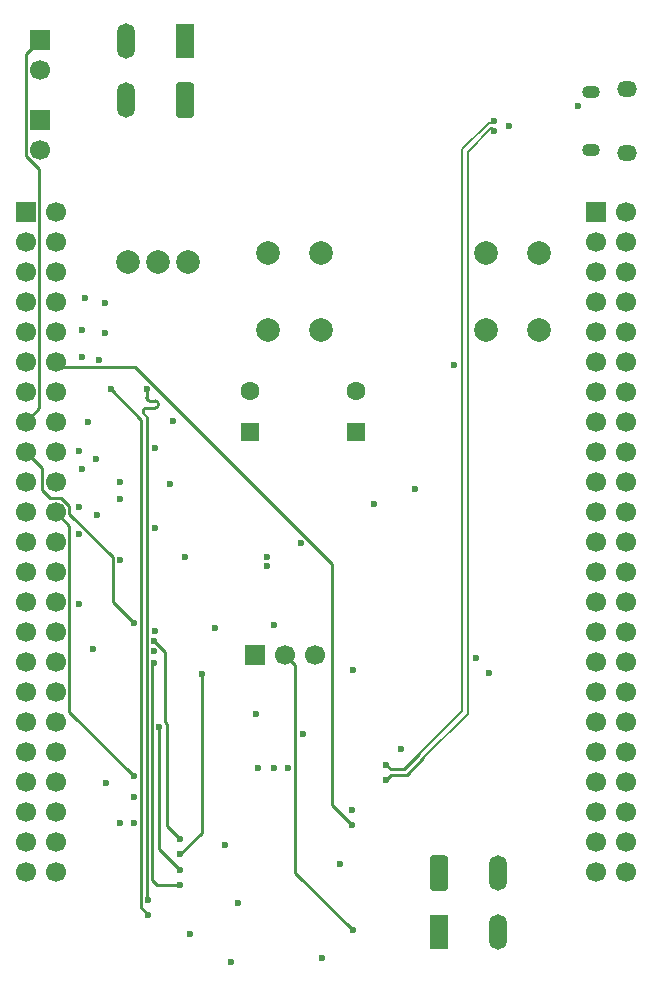
<source format=gbr>
%TF.GenerationSoftware,KiCad,Pcbnew,9.0.6+1*%
%TF.CreationDate,2025-11-29T18:55:36+00:00*%
%TF.ProjectId,com4bbb,636f6d34-6262-4622-9e6b-696361645f70,0.2*%
%TF.SameCoordinates,Original*%
%TF.FileFunction,Copper,L3,Inr*%
%TF.FilePolarity,Positive*%
%FSLAX46Y46*%
G04 Gerber Fmt 4.6, Leading zero omitted, Abs format (unit mm)*
G04 Created by KiCad (PCBNEW 9.0.6+1) date 2025-11-29 18:55:36*
%MOMM*%
%LPD*%
G01*
G04 APERTURE LIST*
G04 Aperture macros list*
%AMRoundRect*
0 Rectangle with rounded corners*
0 $1 Rounding radius*
0 $2 $3 $4 $5 $6 $7 $8 $9 X,Y pos of 4 corners*
0 Add a 4 corners polygon primitive as box body*
4,1,4,$2,$3,$4,$5,$6,$7,$8,$9,$2,$3,0*
0 Add four circle primitives for the rounded corners*
1,1,$1+$1,$2,$3*
1,1,$1+$1,$4,$5*
1,1,$1+$1,$6,$7*
1,1,$1+$1,$8,$9*
0 Add four rect primitives between the rounded corners*
20,1,$1+$1,$2,$3,$4,$5,0*
20,1,$1+$1,$4,$5,$6,$7,0*
20,1,$1+$1,$6,$7,$8,$9,0*
20,1,$1+$1,$8,$9,$2,$3,0*%
G04 Aperture macros list end*
%TA.AperFunction,ComponentPad*%
%ADD10R,1.700000X1.700000*%
%TD*%
%TA.AperFunction,ComponentPad*%
%ADD11C,1.700000*%
%TD*%
%TA.AperFunction,ComponentPad*%
%ADD12RoundRect,0.250001X-0.499999X-1.249999X0.499999X-1.249999X0.499999X1.249999X-0.499999X1.249999X0*%
%TD*%
%TA.AperFunction,ComponentPad*%
%ADD13R,1.500000X3.000000*%
%TD*%
%TA.AperFunction,ComponentPad*%
%ADD14O,1.500000X3.000000*%
%TD*%
%TA.AperFunction,ComponentPad*%
%ADD15C,2.000000*%
%TD*%
%TA.AperFunction,ComponentPad*%
%ADD16RoundRect,0.250001X0.499999X1.249999X-0.499999X1.249999X-0.499999X-1.249999X0.499999X-1.249999X0*%
%TD*%
%TA.AperFunction,ComponentPad*%
%ADD17RoundRect,0.250000X0.550000X-0.550000X0.550000X0.550000X-0.550000X0.550000X-0.550000X-0.550000X0*%
%TD*%
%TA.AperFunction,ComponentPad*%
%ADD18C,1.600000*%
%TD*%
%TA.AperFunction,HeatsinkPad*%
%ADD19O,1.700000X1.350000*%
%TD*%
%TA.AperFunction,HeatsinkPad*%
%ADD20O,1.500000X1.100000*%
%TD*%
%TA.AperFunction,ViaPad*%
%ADD21C,0.600000*%
%TD*%
%TA.AperFunction,Conductor*%
%ADD22C,0.250000*%
%TD*%
%TA.AperFunction,Conductor*%
%ADD23C,0.200000*%
%TD*%
G04 APERTURE END LIST*
D10*
%TO.N,GNDD*%
%TO.C,P8*%
X164630100Y-62382400D03*
D11*
X167170100Y-62382400D03*
%TO.N,unconnected-(P8-Pin_3-Pad3)*%
X164630100Y-64922400D03*
%TO.N,unconnected-(P8-Pin_4-Pad4)*%
X167170100Y-64922400D03*
%TO.N,unconnected-(P8-Pin_5-Pad5)*%
X164630100Y-67462400D03*
%TO.N,unconnected-(P8-Pin_6-Pad6)*%
X167170100Y-67462400D03*
%TO.N,/LED0*%
X164630100Y-70002400D03*
%TO.N,/LED1*%
X167170100Y-70002400D03*
%TO.N,/LED2*%
X164630100Y-72542400D03*
%TO.N,/LED3*%
X167170100Y-72542400D03*
%TO.N,/LED4*%
X164630100Y-75082400D03*
%TO.N,/LED5*%
X167170100Y-75082400D03*
%TO.N,/LED6*%
X164630100Y-77622400D03*
%TO.N,/LED7*%
X167170100Y-77622400D03*
%TO.N,/LED8*%
X164630100Y-80162400D03*
%TO.N,/LED9*%
X167170100Y-80162400D03*
%TO.N,/LED10*%
X164630100Y-82702400D03*
%TO.N,/LED11*%
X167170100Y-82702400D03*
%TO.N,/LED12*%
X164630100Y-85242400D03*
%TO.N,unconnected-(P8-Pin_20-Pad20)*%
X167170100Y-85242400D03*
%TO.N,unconnected-(P8-Pin_21-Pad21)*%
X164630100Y-87782400D03*
%TO.N,unconnected-(P8-Pin_22-Pad22)*%
X167170100Y-87782400D03*
%TO.N,unconnected-(P8-Pin_23-Pad23)*%
X164630100Y-90322400D03*
%TO.N,unconnected-(P8-Pin_24-Pad24)*%
X167170100Y-90322400D03*
%TO.N,unconnected-(P8-Pin_25-Pad25)*%
X164630100Y-92862400D03*
%TO.N,/DE{slash}~{RE}*%
X167170100Y-92862400D03*
%TO.N,unconnected-(P8-Pin_27-Pad27)*%
X164630100Y-95402400D03*
%TO.N,unconnected-(P8-Pin_28-Pad28)*%
X167170100Y-95402400D03*
%TO.N,unconnected-(P8-Pin_29-Pad29)*%
X164630100Y-97942400D03*
%TO.N,unconnected-(P8-Pin_30-Pad30)*%
X167170100Y-97942400D03*
%TO.N,unconnected-(P8-Pin_31-Pad31)*%
X164630100Y-100482400D03*
%TO.N,unconnected-(P8-Pin_32-Pad32)*%
X167170100Y-100482400D03*
%TO.N,unconnected-(P8-Pin_33-Pad33)*%
X164630100Y-103022400D03*
%TO.N,unconnected-(P8-Pin_34-Pad34)*%
X167170100Y-103022400D03*
%TO.N,unconnected-(P8-Pin_35-Pad35)*%
X164630100Y-105562400D03*
%TO.N,unconnected-(P8-Pin_36-Pad36)*%
X167170100Y-105562400D03*
%TO.N,unconnected-(P8-Pin_37-Pad37)*%
X164630100Y-108102400D03*
%TO.N,unconnected-(P8-Pin_38-Pad38)*%
X167170100Y-108102400D03*
%TO.N,unconnected-(P8-Pin_39-Pad39)*%
X164630100Y-110642400D03*
%TO.N,unconnected-(P8-Pin_40-Pad40)*%
X167170100Y-110642400D03*
%TO.N,unconnected-(P8-Pin_41-Pad41)*%
X164630100Y-113182400D03*
%TO.N,unconnected-(P8-Pin_42-Pad42)*%
X167170100Y-113182400D03*
%TO.N,unconnected-(P8-Pin_43-Pad43)*%
X164630100Y-115722400D03*
%TO.N,unconnected-(P8-Pin_44-Pad44)*%
X167170100Y-115722400D03*
%TO.N,unconnected-(P8-Pin_45-Pad45)*%
X164630100Y-118262400D03*
%TO.N,unconnected-(P8-Pin_46-Pad46)*%
X167170100Y-118262400D03*
%TD*%
D10*
%TO.N,GNDD*%
%TO.C,P9*%
X116370100Y-62382400D03*
D11*
X118910100Y-62382400D03*
%TO.N,+3V3*%
X116370100Y-64922400D03*
X118910100Y-64922400D03*
%TO.N,+5V*%
X116370100Y-67462400D03*
X118910100Y-67462400D03*
%TO.N,SYS_5V*%
X116370100Y-70002400D03*
X118910100Y-70002400D03*
%TO.N,PWR_BUT*%
X116370100Y-72542400D03*
%TO.N,SYS_RESETN*%
X118910100Y-72542400D03*
%TO.N,/UART4_RXD*%
X116370100Y-75082400D03*
%TO.N,/GPIO_60*%
X118910100Y-75082400D03*
%TO.N,/UART4_TXD*%
X116370100Y-77622400D03*
%TO.N,/RTC_INT*%
X118910100Y-77622400D03*
%TO.N,/PPS*%
X116370100Y-80162400D03*
%TO.N,/DCF77*%
X118910100Y-80162400D03*
%TO.N,/SPI0_CS0*%
X116370100Y-82702400D03*
%TO.N,/SPI0_D1*%
X118910100Y-82702400D03*
%TO.N,/SCL*%
X116370100Y-85242400D03*
%TO.N,/SDA*%
X118910100Y-85242400D03*
%TO.N,/SPI0_D0*%
X116370100Y-87782400D03*
%TO.N,/SPI0_SCLK*%
X118910100Y-87782400D03*
%TO.N,unconnected-(P9-Pin_23-Pad23)*%
X116370100Y-90322400D03*
%TO.N,/UART1_TXD*%
X118910100Y-90322400D03*
%TO.N,unconnected-(P9-Pin_25-Pad25)*%
X116370100Y-92862400D03*
%TO.N,/UART1_RXD*%
X118910100Y-92862400D03*
%TO.N,/GPIO_125*%
X116370100Y-95402400D03*
%TO.N,unconnected-(P9-Pin_28-Pad28)*%
X118910100Y-95402400D03*
%TO.N,unconnected-(P9-Pin_29-Pad29)*%
X116370100Y-97942400D03*
%TO.N,/GPIO_122*%
X118910100Y-97942400D03*
%TO.N,unconnected-(P9-Pin_31-Pad31)*%
X116370100Y-100482400D03*
%TO.N,VDD_ADC*%
X118910100Y-100482400D03*
%TO.N,unconnected-(P9-Pin_33-Pad33)*%
X116370100Y-103022400D03*
%TO.N,GNDA_ADC*%
X118910100Y-103022400D03*
%TO.N,unconnected-(P9-Pin_35-Pad35)*%
X116370100Y-105562400D03*
%TO.N,unconnected-(P9-Pin_36-Pad36)*%
X118910100Y-105562400D03*
%TO.N,unconnected-(P9-Pin_37-Pad37)*%
X116370100Y-108102400D03*
%TO.N,unconnected-(P9-Pin_38-Pad38)*%
X118910100Y-108102400D03*
%TO.N,unconnected-(P9-Pin_39-Pad39)*%
X116370100Y-110642400D03*
%TO.N,unconnected-(P9-Pin_40-Pad40)*%
X118910100Y-110642400D03*
%TO.N,/GPIO_20*%
X116370100Y-113182400D03*
%TO.N,unconnected-(P9-Pin_42-Pad42)*%
X118910100Y-113182400D03*
%TO.N,GNDD*%
X116370100Y-115722400D03*
X118910100Y-115722400D03*
X116370100Y-118262400D03*
X118910100Y-118262400D03*
%TD*%
D12*
%TO.N,Net-(J101-Pin_1)*%
%TO.C,J101*%
X151370100Y-118382400D03*
D13*
X151370100Y-123382400D03*
D14*
%TO.N,Net-(J101-Pin_2)*%
X156370100Y-118382400D03*
X156370100Y-123382400D03*
%TD*%
D15*
%TO.N,SYS_RESETN*%
%TO.C,SW101*%
X155370100Y-72382400D03*
X155370100Y-65882400D03*
%TO.N,GNDD*%
X159870100Y-72382400D03*
X159870100Y-65882400D03*
%TD*%
%TO.N,PWR_BUT*%
%TO.C,SW102*%
X136870100Y-72382400D03*
X136870100Y-65882400D03*
%TO.N,GNDD*%
X141370100Y-72382400D03*
X141370100Y-65882400D03*
%TD*%
D16*
%TO.N,GNDD*%
%TO.C,J102*%
X129870100Y-52882400D03*
D13*
X129870100Y-47882400D03*
D14*
%TO.N,Net-(D114-A)*%
X124870100Y-52882400D03*
X124870100Y-47882400D03*
%TD*%
D15*
%TO.N,Net-(D114-K)*%
%TO.C,U102*%
X130160100Y-66632400D03*
%TO.N,GNDD*%
X127620100Y-66632400D03*
%TO.N,+5V*%
X125080100Y-66632400D03*
%TD*%
D17*
%TO.N,/Vbat*%
%TO.C,C103*%
X135370100Y-81035051D03*
D18*
%TO.N,GNDD*%
X135370100Y-77535051D03*
%TD*%
D10*
%TO.N,/DCF77*%
%TO.C,J103*%
X117620100Y-54607400D03*
D11*
%TO.N,GNDD*%
X117620100Y-57147400D03*
%TD*%
D10*
%TO.N,/PPS*%
%TO.C,J104*%
X117620100Y-47857400D03*
D11*
%TO.N,GNDD*%
X117620100Y-50397400D03*
%TD*%
D17*
%TO.N,/Vbat*%
%TO.C,C104*%
X144370100Y-81035051D03*
D18*
%TO.N,GNDD*%
X144370100Y-77535051D03*
%TD*%
D19*
%TO.N,Net-(J201-Shield)*%
%TO.C,J201*%
X167250100Y-57412400D03*
D20*
X164250100Y-57102400D03*
X164250100Y-52262400D03*
D19*
X167250100Y-51952400D03*
%TD*%
D10*
%TO.N,/ESP32/~{RST}*%
%TO.C,JP203*%
X135830100Y-99882400D03*
D11*
%TO.N,Net-(JP203-C)*%
X138370100Y-99882400D03*
%TO.N,/GPIO_125*%
X140910100Y-99882400D03*
%TD*%
D21*
%TO.N,GNDD*%
X133770100Y-125882400D03*
X122620100Y-74882400D03*
X130270100Y-123482400D03*
X129870100Y-91582400D03*
X121370100Y-69632400D03*
X128870100Y-80082400D03*
X128570100Y-85382400D03*
X123120100Y-70132400D03*
X127245100Y-99582400D03*
X163170100Y-53382400D03*
X148120100Y-107882400D03*
X120870100Y-95582400D03*
X144120100Y-101132400D03*
X120870100Y-82632400D03*
X120870100Y-87382400D03*
X135870100Y-104882400D03*
X121120100Y-72382400D03*
X141470100Y-125582400D03*
X120870100Y-89682400D03*
X124370100Y-91882400D03*
X123120100Y-72632400D03*
X134370100Y-120882400D03*
X121170100Y-84182400D03*
X121120100Y-74632400D03*
X132370100Y-97632400D03*
X157270100Y-55082400D03*
X133270100Y-115982400D03*
X122070100Y-99382400D03*
X121620100Y-80132400D03*
X137370100Y-97382400D03*
X142970100Y-117582400D03*
%TO.N,+3V3*%
X152620100Y-75382400D03*
X127370100Y-97828400D03*
X127370100Y-82382400D03*
X127370100Y-89132400D03*
%TO.N,SYS_RESETN*%
X149370100Y-85882400D03*
%TO.N,/SPI0_D1*%
X124370100Y-114132400D03*
%TO.N,/SPI0_D0*%
X123170099Y-110772399D03*
%TO.N,/GPIO_60*%
X143970100Y-114282400D03*
%TO.N,/SPI0_CS0*%
X139870100Y-106582400D03*
X125544100Y-97203400D03*
%TO.N,/SCL*%
X124370100Y-86682400D03*
X136797652Y-92381928D03*
X139687042Y-90449342D03*
%TO.N,/SDA*%
X136770100Y-91582400D03*
X124370100Y-85242400D03*
%TO.N,/SPI0_SCLK*%
X125537012Y-110162188D03*
X137370100Y-109482400D03*
%TO.N,/UART1_RXD*%
X155620100Y-101382400D03*
%TO.N,/GPIO_20*%
X143970100Y-112982400D03*
%TO.N,/DE{slash}~{RE}*%
X154520336Y-100130796D03*
%TO.N,/ESP32/TCK*%
X129470100Y-115482400D03*
X127245100Y-98682400D03*
%TO.N,/ESP32/TDI*%
X129470100Y-118082400D03*
X127696100Y-105982400D03*
%TO.N,/ESP32/TDO*%
X131270100Y-101482400D03*
X129470100Y-116782400D03*
%TO.N,/ESP32/TMS*%
X127245100Y-100582400D03*
X129470100Y-119382400D03*
%TO.N,Net-(JP104-A)*%
X122385100Y-88017400D03*
X122370100Y-83282400D03*
%TO.N,Net-(JP201-C)*%
X123570100Y-77382400D03*
X126770100Y-121882400D03*
%TO.N,Net-(JP202-C)*%
X126620100Y-77382400D03*
X126770100Y-120682400D03*
%TO.N,Net-(JP203-C)*%
X144070100Y-123182400D03*
%TO.N,Net-(JP204-C)*%
X138570100Y-109482400D03*
X125544100Y-114133400D03*
%TO.N,Net-(JP205-C)*%
X125544100Y-111882400D03*
X136070100Y-109482400D03*
%TO.N,/ESP32/D+*%
X146870100Y-109182400D03*
X156070100Y-54657400D03*
%TO.N,/ESP32/D-*%
X156070100Y-55507400D03*
X146870100Y-110482400D03*
%TO.N,/RTC_INT*%
X145870100Y-87132400D03*
%TD*%
D22*
%TO.N,/GPIO_60*%
X142306100Y-112618400D02*
X142306100Y-92183102D01*
X142306100Y-92183102D02*
X125631398Y-75508400D01*
X125631398Y-75508400D02*
X119336100Y-75508400D01*
X143970100Y-114282400D02*
X142306100Y-112618400D01*
%TO.N,/PPS*%
X116444100Y-49033400D02*
X117620100Y-47857400D01*
X117546100Y-78986400D02*
X117546100Y-58736516D01*
X116444100Y-57634516D02*
X116444100Y-49033400D01*
X117546100Y-58736516D02*
X116444100Y-57634516D01*
X116370100Y-80162400D02*
X117546100Y-78986400D01*
%TO.N,/SPI0_CS0*%
X123744100Y-95403400D02*
X125544100Y-97203400D01*
X118422984Y-86606400D02*
X119397216Y-86606400D01*
X123744100Y-91623102D02*
X123744100Y-95403400D01*
X117734100Y-84066400D02*
X117734100Y-85917516D01*
X117734100Y-85917516D02*
X118422984Y-86606400D01*
X116370100Y-82702400D02*
X117734100Y-84066400D01*
X120086100Y-87965102D02*
X123744100Y-91623102D01*
X120086100Y-87295284D02*
X120086100Y-87965102D01*
X119397216Y-86606400D02*
X120086100Y-87295284D01*
%TO.N,/SPI0_SCLK*%
X120086100Y-88958400D02*
X120086100Y-104711276D01*
X118910100Y-87782400D02*
X120086100Y-88958400D01*
X120086100Y-104711276D02*
X125537012Y-110162188D01*
%TO.N,/ESP32/TCK*%
X128370100Y-114382400D02*
X128370100Y-105771102D01*
X129470100Y-115482400D02*
X128370100Y-114382400D01*
X128176650Y-105577652D02*
X128176650Y-99613950D01*
X128176650Y-99613950D02*
X127245100Y-98682400D01*
X128370100Y-105771102D02*
X128176650Y-105577652D01*
%TO.N,/ESP32/TDI*%
X127696100Y-105982400D02*
X127696100Y-116308400D01*
X127696100Y-116308400D02*
X129470100Y-118082400D01*
%TO.N,/ESP32/TDO*%
X131303550Y-101515850D02*
X131303550Y-114948950D01*
X131303550Y-114948950D02*
X129470100Y-116782400D01*
X131270100Y-101482400D02*
X131303550Y-101515850D01*
%TO.N,/ESP32/TMS*%
X127470100Y-119382400D02*
X127071100Y-118983400D01*
X127071100Y-100756400D02*
X127245100Y-100582400D01*
X129470100Y-119382400D02*
X127470100Y-119382400D01*
X127071100Y-118983400D02*
X127071100Y-100756400D01*
%TO.N,Net-(JP201-C)*%
X126169100Y-79981400D02*
X126169100Y-120398102D01*
X126144100Y-120423102D02*
X126144100Y-121256400D01*
X126169100Y-120398102D02*
X126144100Y-120423102D01*
X123570100Y-77382400D02*
X126169100Y-79981400D01*
X126144100Y-121256400D02*
X126770100Y-121882400D01*
%TO.N,Net-(JP202-C)*%
X126481977Y-78981227D02*
X127364031Y-78981227D01*
X127604031Y-78621227D02*
X127604031Y-78741227D01*
X126620100Y-79719350D02*
X126620100Y-120532400D01*
X126620100Y-120532400D02*
X126770100Y-120682400D01*
X126860100Y-78381227D02*
X127364031Y-78381227D01*
X126620100Y-77382400D02*
X126620100Y-78141227D01*
X126343854Y-79119350D02*
X126343854Y-79443104D01*
X126343854Y-79443104D02*
G75*
G03*
X126481977Y-79581246I138146J4D01*
G01*
X126620100Y-78141227D02*
G75*
G03*
X126860100Y-78381200I240000J27D01*
G01*
X126481977Y-79581227D02*
G75*
G02*
X126620073Y-79719350I23J-138073D01*
G01*
X127604031Y-78741227D02*
G75*
G02*
X127364031Y-78981231I-240031J27D01*
G01*
X126481977Y-78981227D02*
G75*
G03*
X126343927Y-79119350I23J-138073D01*
G01*
X127364031Y-78381227D02*
G75*
G02*
X127603973Y-78621227I-31J-239973D01*
G01*
%TO.N,Net-(JP203-C)*%
X144070100Y-123182400D02*
X139220100Y-118332400D01*
X139220100Y-100732400D02*
X138370100Y-99882400D01*
X139220100Y-118332400D02*
X139220100Y-100732400D01*
D23*
%TO.N,/ESP32/D+*%
X155870101Y-54857399D02*
X155576903Y-54857399D01*
D22*
X148416546Y-109582400D02*
X149693323Y-108305623D01*
X147270100Y-109582400D02*
X148416546Y-109582400D01*
X146870100Y-109182400D02*
X147270100Y-109582400D01*
D23*
X153345100Y-104653846D02*
X149693323Y-108305623D01*
X156070100Y-54657400D02*
X155870101Y-54857399D01*
X153345100Y-57089202D02*
X153345100Y-104653846D01*
X155576903Y-54857399D02*
X153345100Y-57089202D01*
%TO.N,/ESP32/D-*%
X156070100Y-55507400D02*
X155870101Y-55307401D01*
D22*
X146870100Y-110482400D02*
X147270100Y-110082400D01*
D23*
X155763297Y-55307401D02*
X153795100Y-57275598D01*
D22*
X147270100Y-110082400D02*
X148623654Y-110082400D01*
D23*
X153795100Y-104910954D02*
X150046877Y-108659177D01*
X155870101Y-55307401D02*
X155763297Y-55307401D01*
X153795100Y-57275598D02*
X153795100Y-104910954D01*
D22*
X148623654Y-110082400D02*
X150046877Y-108659177D01*
%TD*%
M02*

</source>
